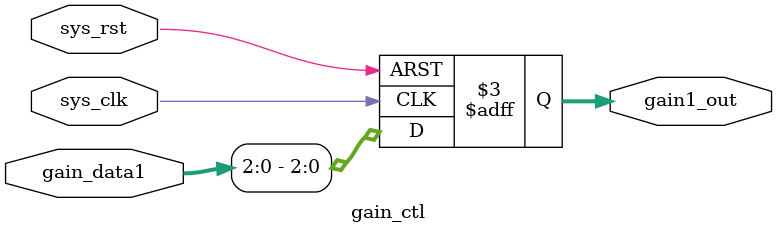
<source format=v>


module gain_ctl	(
						//system input
						sys_clk,
						sys_rst,
						
						gain_data1,
						gain1_out
					);
//-----------------------------input or output------------------------------
input  				sys_rst;
input  				sys_clk;

input		[3:0]		gain_data1;

output	[2:0]		gain1_out;
//----------------------------wire  or  reg---------------------------------
wire					sys_clk;
wire					sys_rst;
reg		[2:0]		gain1_out;
//--------------------------------------------------------------------------
always@(posedge sys_clk or negedge sys_rst)
begin
	if(!sys_rst)
		begin
			gain1_out <= 3'h0;
		end
	else
		begin
			gain1_out <= gain_data1[2:0];
		end
end


endmodule 

//==========================================================================
//module end
//v1.0
//2018.01.02-16:39
</source>
